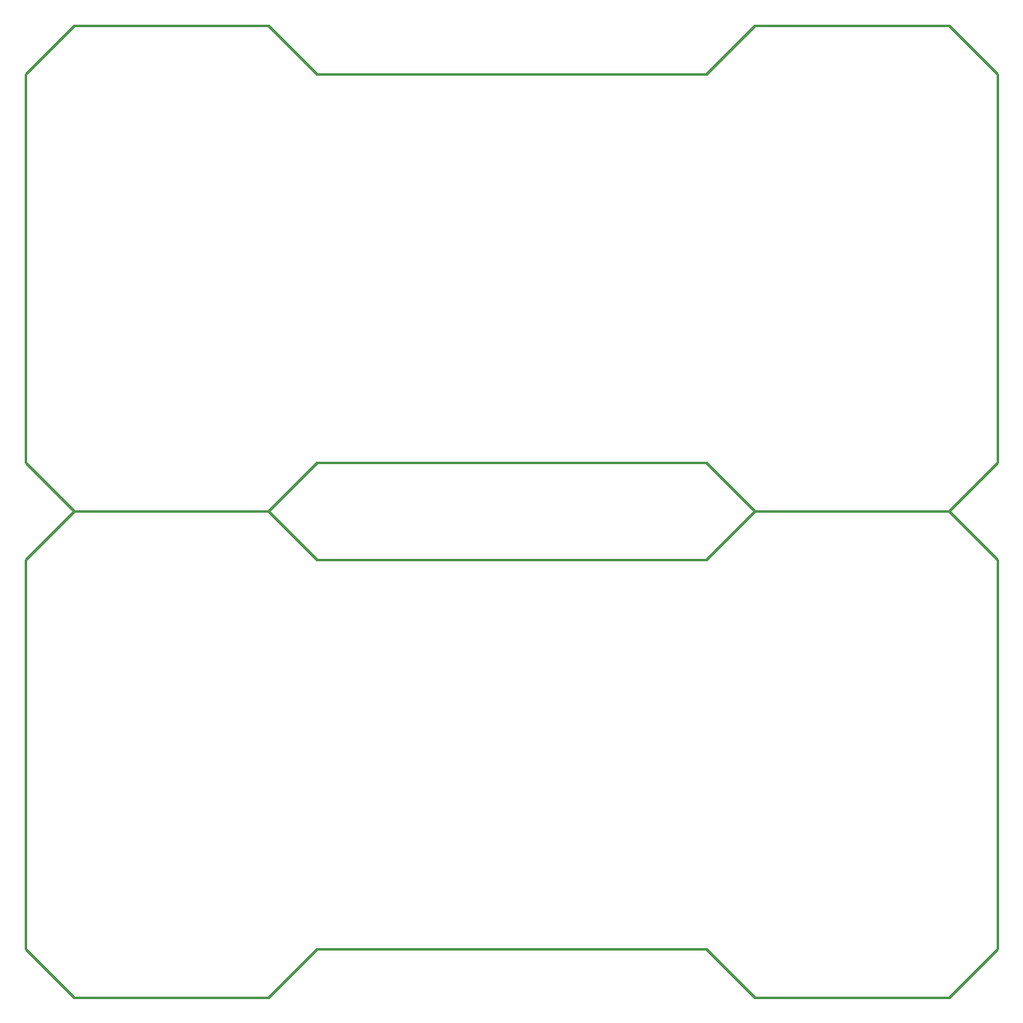
<source format=gko>
G04*
G04 #@! TF.GenerationSoftware,Altium Limited,Altium Designer,19.0.15 (446)*
G04*
G04 Layer_Color=16711935*
%FSLAX44Y44*%
%MOMM*%
G71*
G01*
G75*
%ADD19C,0.2540*%
D19*
X50000Y0D02*
X250000D01*
X300000Y50000D01*
X700000D01*
X750000Y0D01*
X950000D01*
X1000000Y50000D01*
Y225000D01*
Y450000D01*
X950000Y500000D02*
X1000000Y450000D01*
X750000Y500000D02*
X950000D01*
X700000Y450000D02*
X750000Y500000D01*
X300000Y450000D02*
X700000D01*
X250000Y500000D02*
X300000Y450000D01*
X50000Y500000D02*
X250000D01*
X0Y450000D02*
X50000Y500000D01*
X0Y50000D02*
Y450000D01*
Y50000D02*
X50000Y0D01*
Y500000D02*
X250000D01*
X300000Y550000D01*
X700000D01*
X750000Y500000D01*
X950000D01*
X1000000Y550000D01*
Y725000D01*
Y950000D01*
X950000Y1000000D02*
X1000000Y950000D01*
X750000Y1000000D02*
X950000D01*
X700000Y950000D02*
X750000Y1000000D01*
X300000Y950000D02*
X700000D01*
X250000Y1000000D02*
X300000Y950000D01*
X50000Y1000000D02*
X250000D01*
X0Y950000D02*
X50000Y1000000D01*
X0Y550000D02*
Y950000D01*
Y550000D02*
X50000Y500000D01*
M02*

</source>
